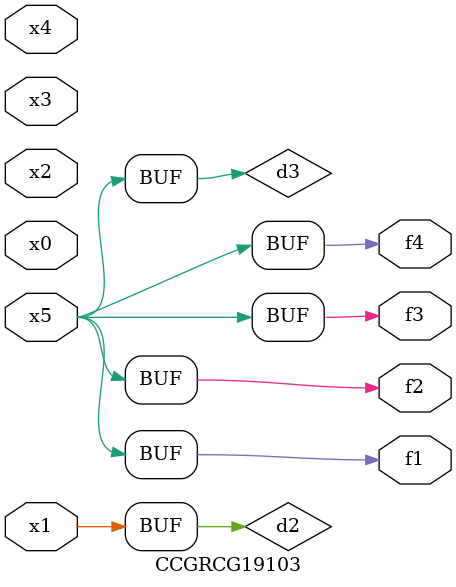
<source format=v>
module CCGRCG19103(
	input x0, x1, x2, x3, x4, x5,
	output f1, f2, f3, f4
);

	wire d1, d2, d3;

	not (d1, x5);
	or (d2, x1);
	xnor (d3, d1);
	assign f1 = d3;
	assign f2 = d3;
	assign f3 = d3;
	assign f4 = d3;
endmodule

</source>
